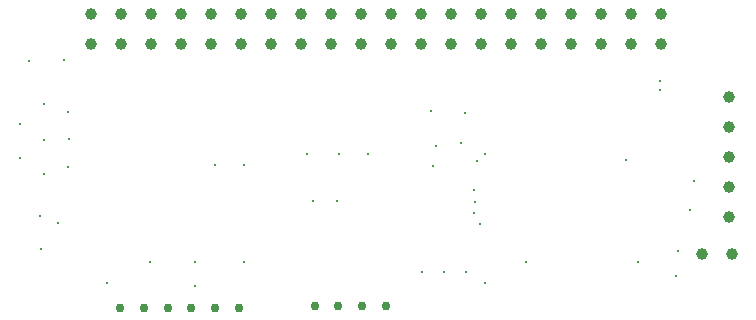
<source format=gbr>
%TF.GenerationSoftware,KiCad,Pcbnew,9.0.1*%
%TF.CreationDate,2025-04-15T21:25:21-04:00*%
%TF.ProjectId,psocpcb,70736f63-7063-4622-9e6b-696361645f70,rev?*%
%TF.SameCoordinates,Original*%
%TF.FileFunction,Plated,1,4,PTH,Drill*%
%TF.FilePolarity,Positive*%
%FSLAX46Y46*%
G04 Gerber Fmt 4.6, Leading zero omitted, Abs format (unit mm)*
G04 Created by KiCad (PCBNEW 9.0.1) date 2025-04-15 21:25:21*
%MOMM*%
%LPD*%
G01*
G04 APERTURE LIST*
%TA.AperFunction,ViaDrill*%
%ADD10C,0.300000*%
%TD*%
%TA.AperFunction,ComponentDrill*%
%ADD11C,0.750000*%
%TD*%
%TA.AperFunction,ComponentDrill*%
%ADD12C,1.000000*%
%TD*%
G04 APERTURE END LIST*
D10*
X74475000Y-58450000D03*
X74525000Y-61375000D03*
X75250000Y-53100000D03*
X76225000Y-66225000D03*
X76250000Y-69025000D03*
X76500000Y-56800000D03*
X76500000Y-59825000D03*
X76500000Y-62750000D03*
X77750000Y-66850000D03*
X78250000Y-53050000D03*
X78575000Y-57450000D03*
X78600000Y-62100000D03*
X78625000Y-59725000D03*
X81875000Y-71925000D03*
X85500000Y-70150000D03*
X89325000Y-70200000D03*
X89325000Y-72150000D03*
X91025000Y-61950000D03*
X93450000Y-61975000D03*
X93450000Y-70150000D03*
X98800000Y-61025000D03*
X99275000Y-64975000D03*
X101350000Y-65000000D03*
X101525000Y-61025000D03*
X104000000Y-61025000D03*
X108550000Y-70975000D03*
X109325000Y-57375000D03*
X109450000Y-62025000D03*
X109675000Y-60350000D03*
X110425000Y-70975000D03*
X111800000Y-60075000D03*
X112175000Y-57525000D03*
X112275000Y-70975000D03*
X112950000Y-64075000D03*
X112975000Y-66050000D03*
X113000000Y-65075000D03*
X113200000Y-61650000D03*
X113425000Y-66975000D03*
X113850000Y-61025000D03*
X113875000Y-71900000D03*
X117325000Y-70125000D03*
X125800000Y-61550000D03*
X126800000Y-70200000D03*
X128675000Y-54800000D03*
X128675000Y-55625000D03*
X130000000Y-71350000D03*
X130200000Y-69200000D03*
X131200000Y-65725000D03*
X131550000Y-63275000D03*
D11*
%TO.C,J7*%
X83000000Y-74050000D03*
X85000000Y-74050000D03*
X87000000Y-74050000D03*
X89000000Y-74050000D03*
X91000000Y-74050000D03*
X93000000Y-74050000D03*
%TO.C,J5*%
X99450000Y-73900000D03*
X101450000Y-73900000D03*
X103450000Y-73900000D03*
X105450000Y-73900000D03*
D12*
%TO.C,A1*%
X80485000Y-49130000D03*
X80485000Y-51670000D03*
X83025000Y-49130000D03*
X83025000Y-51670000D03*
X85565000Y-49130000D03*
X85565000Y-51670000D03*
X88105000Y-49130000D03*
X88105000Y-51670000D03*
X90645000Y-49130000D03*
X90645000Y-51670000D03*
X93185000Y-49130000D03*
X93185000Y-51670000D03*
X95725000Y-49130000D03*
X95725000Y-51670000D03*
X98265000Y-49130000D03*
X98265000Y-51670000D03*
X100805000Y-49130000D03*
X100805000Y-51670000D03*
X103345000Y-49130000D03*
X103345000Y-51670000D03*
X105885000Y-49130000D03*
X105885000Y-51670000D03*
X108425000Y-49130000D03*
X108425000Y-51670000D03*
X110965000Y-49130000D03*
X110965000Y-51670000D03*
X113505000Y-49130000D03*
X113505000Y-51670000D03*
X116045000Y-49130000D03*
X116045000Y-51670000D03*
X118585000Y-49130000D03*
X118585000Y-51670000D03*
X121125000Y-49130000D03*
X121125000Y-51670000D03*
X123665000Y-49130000D03*
X123665000Y-51670000D03*
X126205000Y-49130000D03*
X126205000Y-51670000D03*
X128745000Y-49130000D03*
X128745000Y-51670000D03*
%TO.C,J2*%
X132225000Y-69500000D03*
%TO.C,J1*%
X134550000Y-56180000D03*
X134550000Y-58720000D03*
X134550000Y-61260000D03*
X134550000Y-63800000D03*
X134550000Y-66340000D03*
%TO.C,J2*%
X134765000Y-69500000D03*
M02*

</source>
